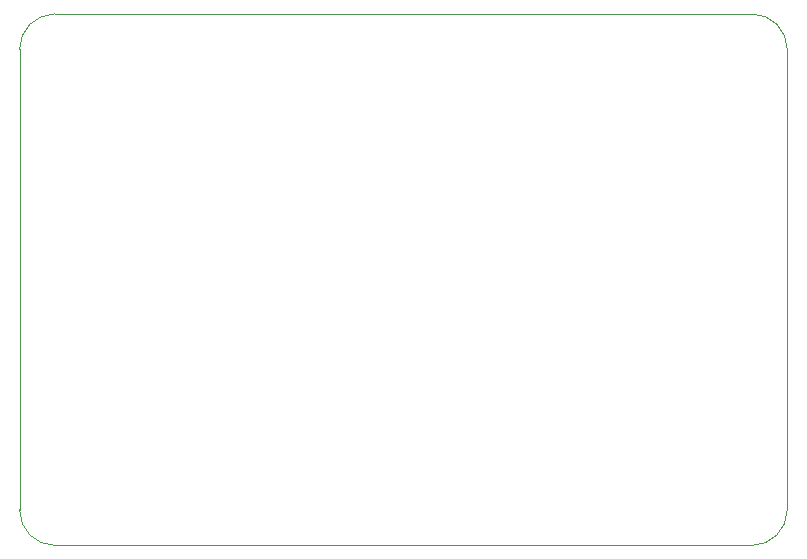
<source format=gbr>
G04 #@! TF.GenerationSoftware,KiCad,Pcbnew,5.1.10*
G04 #@! TF.CreationDate,2021-10-23T19:52:43-07:00*
G04 #@! TF.ProjectId,sticky_pi_hat,73746963-6b79-45f7-9069-5f6861742e6b,rev?*
G04 #@! TF.SameCoordinates,Original*
G04 #@! TF.FileFunction,Profile,NP*
%FSLAX46Y46*%
G04 Gerber Fmt 4.6, Leading zero omitted, Abs format (unit mm)*
G04 Created by KiCad (PCBNEW 5.1.10) date 2021-10-23 19:52:43*
%MOMM*%
%LPD*%
G01*
G04 APERTURE LIST*
G04 #@! TA.AperFunction,Profile*
%ADD10C,0.050000*%
G04 #@! TD*
G04 APERTURE END LIST*
D10*
X172500000Y-84500000D02*
G75*
G02*
X175500000Y-87500000I0J-3000000D01*
G01*
X110500000Y-87500000D02*
G75*
G02*
X113500000Y-84500000I3000000J0D01*
G01*
X172500000Y-84500000D02*
X113500000Y-84500000D01*
X175500000Y-87500000D02*
X175500000Y-126500000D01*
X113500000Y-129500000D02*
G75*
G02*
X110500000Y-126500000I0J3000000D01*
G01*
X175500000Y-126500000D02*
G75*
G02*
X172500000Y-129500000I-3000000J0D01*
G01*
X110500000Y-126500000D02*
X110500000Y-87500000D01*
X172500000Y-129500000D02*
X113500000Y-129500000D01*
M02*

</source>
